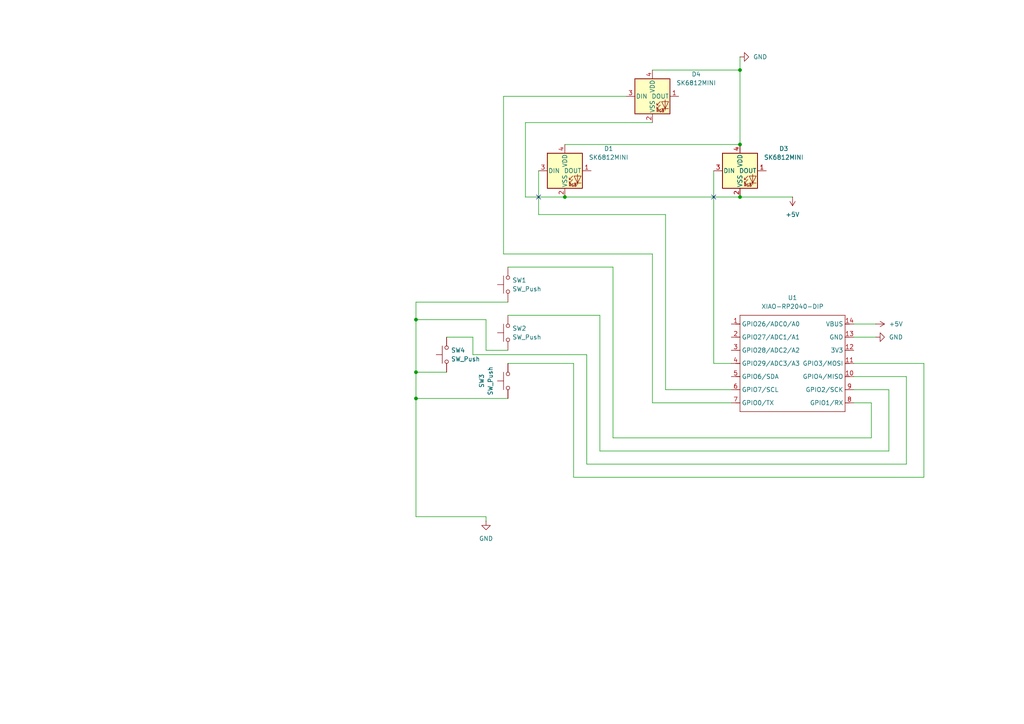
<source format=kicad_sch>
(kicad_sch (version 20250114) (generator "eeschema") (generator_version "9.0")
  (paper "A4")
  (lib_symbols
    (symbol "DIP:XIAO-RP2040-DIP"
      (property "Reference" "U" (at 0 0 0))
      (property "Value" "XIAO-RP2040-DIP" (at 5.334 -1.778 0))
      (symbol "XIAO-RP2040-DIP_1_0"
        (polyline (pts (xy -1.27 -2.54) (xy 29.21 -2.54)) (stroke (width 0.1524)))
        (polyline (pts (xy -1.27 -5.08) (xy -2.54 -5.08)) (stroke (width 0.1524)))
        (polyline (pts (xy -1.27 -5.08) (xy -1.27 -2.54)) (stroke (width 0.1524)))
        (polyline (pts (xy -1.27 -8.89) (xy -2.54 -8.89)) (stroke (width 0.1524)))
        (polyline (pts (xy -1.27 -8.89) (xy -1.27 -5.08)) (stroke (width 0.1524)))
        (polyline (pts (xy -1.27 -12.7) (xy -2.54 -12.7)) (stroke (width 0.1524)))
        (polyline (pts (xy -1.27 -12.7) (xy -1.27 -8.89)) (stroke (width 0.1524)))
        (polyline (pts (xy -1.27 -16.51) (xy -2.54 -16.51)) (stroke (width 0.1524)))
        (polyline (pts (xy -1.27 -16.51) (xy -1.27 -12.7)) (stroke (width 0.1524)))
        (polyline (pts (xy -1.27 -20.32) (xy -2.54 -20.32)) (stroke (width 0.1524)))
        (polyline (pts (xy -1.27 -24.13) (xy -2.54 -24.13)) (stroke (width 0.1524)))
        (polyline (pts (xy -1.27 -27.94) (xy -2.54 -27.94)) (stroke (width 0.1524)))
        (polyline (pts (xy -1.27 -30.48) (xy -1.27 -16.51)) (stroke (width 0.1524)))
        (polyline (pts (xy 29.21 -2.54) (xy 29.21 -5.08)) (stroke (width 0.1524)))
        (polyline (pts (xy 29.21 -5.08) (xy 29.21 -8.89)) (stroke (width 0.1524)))
        (polyline (pts (xy 29.21 -8.89) (xy 29.21 -12.7)) (stroke (width 0.1524)))
        (polyline (pts (xy 29.21 -12.7) (xy 29.21 -30.48)) (stroke (width 0.1524)))
        (polyline (pts (xy 29.21 -30.48) (xy -1.27 -30.48)) (stroke (width 0.1524)))
        (polyline (pts (xy 30.48 -5.08) (xy 29.21 -5.08)) (stroke (width 0.1524)))
        (polyline (pts (xy 30.48 -8.89) (xy 29.21 -8.89)) (stroke (width 0.1524)))
        (polyline (pts (xy 30.48 -12.7) (xy 29.21 -12.7)) (stroke (width 0.1524)))
        (polyline (pts (xy 30.48 -16.51) (xy 29.21 -16.51)) (stroke (width 0.1524)))
        (polyline (pts (xy 30.48 -20.32) (xy 29.21 -20.32)) (stroke (width 0.1524)))
        (polyline (pts (xy 30.48 -24.13) (xy 29.21 -24.13)) (stroke (width 0.1524)))
        (polyline (pts (xy 30.48 -27.94) (xy 29.21 -27.94)) (stroke (width 0.1524)))
        (pin passive line (at -3.81 -5.08 0) (length 2.54) (name "GPIO26/ADC0/A0") (number "1"))
        (pin passive line (at -3.81 -8.89 0) (length 2.54) (name "GPIO27/ADC1/A1") (number "2"))
        (pin passive line (at -3.81 -12.7 0) (length 2.54) (name "GPIO28/ADC2/A2") (number "3"))
        (pin passive line (at -3.81 -16.51 0) (length 2.54) (name "GPIO29/ADC3/A3") (number "4"))
        (pin passive line (at -3.81 -20.32 0) (length 2.54) (name "GPIO6/SDA") (number "5"))
        (pin passive line (at -3.81 -24.13 0) (length 2.54) (name "GPIO7/SCL") (number "6"))
        (pin passive line (at -3.81 -27.94 0) (length 2.54) (name "GPIO0/TX") (number "7"))
        (pin passive line (at 31.75 -5.08 180) (length 2.54) (name "VBUS") (number "14"))
        (pin passive line (at 31.75 -8.89 180) (length 2.54) (name "GND") (number "13"))
        (pin passive line (at 31.75 -12.7 180) (length 2.54) (name "3V3") (number "12"))
        (pin passive line (at 31.75 -16.51 180) (length 2.54) (name "GPIO3/MOSI") (number "11"))
        (pin passive line (at 31.75 -20.32 180) (length 2.54) (name "GPIO4/MISO") (number "10"))
        (pin passive line (at 31.75 -24.13 180) (length 2.54) (name "GPIO2/SCK") (number "9"))
        (pin passive line (at 31.75 -27.94 180) (length 2.54) (name "GPIO1/RX") (number "8"))
      )
    )
    (symbol "LED:SK6812MINI" (pin_names (offset 0.254))
      (property "Reference" "D" (at 5.08 5.715 0))
      (property "Value" "SK6812MINI" (at 1.27 -5.715 0))
      (symbol "SK6812MINI_0_0"
        (text "RGB" (at 2.286 -4.191 0) (effects (font (size 0.762 0.762))))
      )
      (symbol "SK6812MINI_0_1"
        (polyline (pts (xy 1.27 -2.54) (xy 1.778 -2.54)))
        (polyline (pts (xy 1.27 -3.556) (xy 1.778 -3.556)))
        (polyline (pts (xy 2.286 -1.524) (xy 1.27 -2.54) (xy 1.27 -2.032)))
        (polyline (pts (xy 2.286 -2.54) (xy 1.27 -3.556) (xy 1.27 -3.048)))
        (polyline (pts (xy 3.683 -1.016) (xy 3.683 -3.556) (xy 3.683 -4.064)))
        (polyline (pts (xy 4.699 -1.524) (xy 2.667 -1.524) (xy 3.683 -3.556) (xy 4.699 -1.524)))
        (polyline (pts (xy 4.699 -3.556) (xy 2.667 -3.556)))
        (rectangle (start 5.08 5.08) (end -5.08 -5.08) (stroke (width 0.254)) (fill (type background)))
      )
      (symbol "SK6812MINI_1_1"
        (pin input line (at -7.62 0 0) (length 2.54) (name "DIN") (number "3"))
        (pin power_in line (at 0 7.62 270) (length 2.54) (name "VDD") (number "4"))
        (pin power_in line (at 0 -7.62 90) (length 2.54) (name "VSS") (number "2"))
        (pin output line (at 7.62 0 180) (length 2.54) (name "DOUT") (number "1"))
      )
    )
    (symbol "Switch:SW_Push" (pin_numbers (hide yes)) (pin_names (offset 1.016) (hide yes))
      (property "Reference" "SW" (at 1.27 2.54 0))
      (property "Value" "SW_Push" (at 0 -1.524 0))
      (symbol "SW_Push_0_1"
        (circle (center -2.032 0) (radius 0.508))
        (polyline (pts (xy 0 1.27) (xy 0 3.048)))
        (circle (center 2.032 0) (radius 0.508))
        (polyline (pts (xy 2.54 1.27) (xy -2.54 1.27)))
        (pin passive line (at -5.08 0 0) (length 2.54) (name "1") (number "1"))
        (pin passive line (at 5.08 0 180) (length 2.54) (name "2") (number "2"))
      )
    )
    (symbol "power:+5V" (power) (pin_numbers (hide yes)) (pin_names (offset 0) (hide yes))
      (property "Value" "+5V" (at 0 3.556 0))
      (symbol "+5V_0_1"
        (polyline (pts (xy -0.762 1.27) (xy 0 2.54)))
        (polyline (pts (xy 0 2.54) (xy 0.762 1.27)))
        (polyline (pts (xy 0 0) (xy 0 2.54)))
      )
      (symbol "+5V_1_1"
        (pin power_in line (at 0 0 90) (length 0) (name "~") (number "1"))
      )
    )
    (symbol "power:GND" (power) (pin_numbers (hide yes)) (pin_names (offset 0) (hide yes))
      (property "Value" "GND" (at 0 -3.81 0))
      (symbol "GND_0_1"
        (polyline (pts (xy 0 0) (xy 0 -1.27) (xy 1.27 -1.27) (xy 0 -2.54) (xy -1.27 -1.27) (xy 0 -1.27)))
      )
      (symbol "GND_1_1"
        (pin power_in line (at 0 0 270) (length 0) (name "~") (number "1"))
      )
    )
  )
  (junction (at 163.83 57.15))
  (junction (at 214.63 57.15))
  (junction (at 120.65 92.71))
  (junction (at 120.65 115.57))
  (junction (at 120.65 107.95))
  (junction (at 214.63 41.91))
  (junction (at 214.63 20.32))
  (no_connect (at 207.01 57.15))
  (no_connect (at 156.21 57.15))
  (wire (pts (xy 214.63 57.15) (xy 229.87 57.15)))
  (wire (pts (xy 207.01 49.53) (xy 207.01 105.41)))
  (wire (pts (xy 177.8 77.47) (xy 177.8 127)))
  (wire (pts (xy 129.54 97.79) (xy 137.16 97.79)))
  (wire (pts (xy 170.18 102.87) (xy 170.18 134.62)))
  (wire (pts (xy 189.23 116.84) (xy 212.09 116.84)))
  (wire (pts (xy 181.61 27.94) (xy 146.05 27.94)))
  (wire (pts (xy 166.37 138.43) (xy 267.97 138.43)))
  (wire (pts (xy 262.89 109.22) (xy 247.65 109.22)))
  (wire (pts (xy 146.05 27.94) (xy 146.05 73.66)))
  (wire (pts (xy 147.32 101.6) (xy 140.97 101.6)))
  (wire (pts (xy 173.99 130.81) (xy 257.81 130.81)))
  (wire (pts (xy 252.73 127) (xy 252.73 116.84)))
  (wire (pts (xy 156.21 49.53) (xy 156.21 62.23)))
  (wire (pts (xy 137.16 102.87) (xy 170.18 102.87)))
  (wire (pts (xy 120.65 107.95) (xy 129.54 107.95)))
  (wire (pts (xy 147.32 87.63) (xy 120.65 87.63)))
  (wire (pts (xy 156.21 62.23) (xy 193.04 62.23)))
  (wire (pts (xy 189.23 35.56) (xy 152.4 35.56)))
  (wire (pts (xy 140.97 149.86) (xy 140.97 151.13)))
  (wire (pts (xy 120.65 92.71) (xy 120.65 107.95)))
  (wire (pts (xy 166.37 105.41) (xy 166.37 138.43)))
  (wire (pts (xy 120.65 115.57) (xy 120.65 149.86)))
  (wire (pts (xy 252.73 116.84) (xy 247.65 116.84)))
  (wire (pts (xy 257.81 113.03) (xy 247.65 113.03)))
  (wire (pts (xy 140.97 101.6) (xy 140.97 92.71)))
  (wire (pts (xy 173.99 91.44) (xy 173.99 130.81)))
  (wire (pts (xy 147.32 115.57) (xy 120.65 115.57)))
  (wire (pts (xy 146.05 73.66) (xy 189.23 73.66)))
  (wire (pts (xy 247.65 97.79) (xy 254 97.79)))
  (wire (pts (xy 137.16 97.79) (xy 137.16 102.87)))
  (wire (pts (xy 147.32 77.47) (xy 177.8 77.47)))
  (wire (pts (xy 189.23 73.66) (xy 189.23 116.84)))
  (wire (pts (xy 163.83 57.15) (xy 152.4 57.15)))
  (wire (pts (xy 147.32 105.41) (xy 166.37 105.41)))
  (wire (pts (xy 140.97 92.71) (xy 120.65 92.71)))
  (wire (pts (xy 267.97 105.41) (xy 247.65 105.41)))
  (wire (pts (xy 170.18 134.62) (xy 262.89 134.62)))
  (wire (pts (xy 120.65 107.95) (xy 120.65 115.57)))
  (wire (pts (xy 193.04 113.03) (xy 212.09 113.03)))
  (wire (pts (xy 214.63 20.32) (xy 214.63 41.91)))
  (wire (pts (xy 163.83 57.15) (xy 214.63 57.15)))
  (wire (pts (xy 267.97 138.43) (xy 267.97 105.41)))
  (wire (pts (xy 247.65 93.98) (xy 254 93.98)))
  (wire (pts (xy 193.04 62.23) (xy 193.04 113.03)))
  (wire (pts (xy 257.81 130.81) (xy 257.81 113.03)))
  (wire (pts (xy 120.65 149.86) (xy 140.97 149.86)))
  (wire (pts (xy 152.4 35.56) (xy 152.4 57.15)))
  (wire (pts (xy 214.63 16.51) (xy 214.63 20.32)))
  (wire (pts (xy 147.32 91.44) (xy 173.99 91.44)))
  (wire (pts (xy 207.01 105.41) (xy 212.09 105.41)))
  (wire (pts (xy 163.83 41.91) (xy 214.63 41.91)))
  (wire (pts (xy 120.65 87.63) (xy 120.65 92.71)))
  (wire (pts (xy 177.8 127) (xy 252.73 127)))
  (wire (pts (xy 189.23 20.32) (xy 214.63 20.32)))
  (wire (pts (xy 262.89 134.62) (xy 262.89 109.22)))
  (symbol (lib_id "power:GND") (at 254 97.79 90) (unit 1)
    (property "Reference" "#PWR02" (effects (hide yes)))
    (property "Value" "GND" (at 257.81 97.7899 90) (effects (justify right)))
    (property "Description" "Power symbol creates a global label with name \"GND\" , ground" (effects (hide yes)))
  )
  (symbol (lib_id "power:GND") (at 140.97 151.13 0) (unit 1)
    (property "Reference" "#PWR01" (effects (hide yes)))
    (property "Value" "GND" (at 140.97 156.21 0))
    (property "Description" "Power symbol creates a global label with name \"GND\" , ground" (effects (hide yes)))
  )
  (symbol (lib_id "power:+5V") (at 229.87 57.15 180) (unit 1)
    (property "Reference" "#PWR04" (effects (hide yes)))
    (property "Value" "+5V" (at 229.87 62.23 0))
    (property "Description" "Power symbol creates a global label with name \"+5V\"" (effects (hide yes)))
  )
  (symbol (lib_id "power:+5V") (at 254 93.98 270) (unit 1)
    (property "Reference" "#PWR03" (effects (hide yes)))
    (property "Value" "+5V" (at 257.81 93.9799 90) (effects (justify left)))
    (property "Description" "Power symbol creates a global label with name \"+5V\"" (effects (hide yes)))
  )
  (symbol (lib_id "Switch:SW_Push") (at 147.32 110.49 90) (unit 1)
    (property "Reference" "SW3" (at 139.7 110.49 0))
    (property "Value" "SW_Push" (at 142.24 110.49 0))
    (property "Footprint" "Button_Switch_Keyboard:SW_Cherry_MX_1.00u_PCB" (effects (hide yes)))
    (property "Description" "Push button switch, generic, two pins" (effects (hide yes)))
  )
  (symbol (lib_id "LED:SK6812MINI") (at 163.83 49.53 0) (unit 1)
    (property "Reference" "D1" (at 176.53 43.1098 0))
    (property "Value" "SK6812MINI" (at 176.53 45.6498 0))
    (property "Footprint" "LED_SMD:LED_SK6812MINI_PLCC4_3.5x3.5mm_P1.75mm" (effects (hide yes)))
    (property "Datasheet" "https://cdn-shop.adafruit.com/product-files/2686/SK6812MINI_REV.01-1-2.pdf" (effects (hide yes)))
    (property "Description" "RGB LED with integrated controller" (effects (hide yes)))
  )
  (symbol (lib_id "Switch:SW_Push") (at 147.32 96.52 90) (unit 1)
    (property "Reference" "SW2" (at 148.59 95.2499 90) (effects (justify right)))
    (property "Value" "SW_Push" (at 148.59 97.7899 90) (effects (justify right)))
    (property "Footprint" "Button_Switch_Keyboard:SW_Cherry_MX_1.00u_PCB" (effects (hide yes)))
    (property "Description" "Push button switch, generic, two pins" (effects (hide yes)))
  )
  (symbol (lib_id "Switch:SW_Push") (at 147.32 82.55 90) (unit 1)
    (property "Reference" "SW1" (at 148.59 81.2799 90) (effects (justify right)))
    (property "Value" "SW_Push" (at 148.59 83.8199 90) (effects (justify right)))
    (property "Footprint" "Button_Switch_Keyboard:SW_Cherry_MX_1.00u_PCB" (effects (hide yes)))
    (property "Description" "Push button switch, generic, two pins" (effects (hide yes)))
  )
  (symbol (lib_id "DIP:XIAO-RP2040-DIP") (at 215.9 88.9 0) (unit 1)
    (property "Reference" "U1" (at 229.87 86.36 0))
    (property "Value" "XIAO-RP2040-DIP" (at 229.87 88.9 0))
    (property "Footprint" "Seeed Studio XIAO Series Library:XIAO-RP2040-DIP" (effects (hide yes)))
  )
  (symbol (lib_id "LED:SK6812MINI") (at 189.23 27.94 0) (unit 1)
    (property "Reference" "D4" (at 201.93 21.5198 0))
    (property "Value" "SK6812MINI" (at 201.93 24.0598 0))
    (property "Footprint" "LED_SMD:LED_SK6812MINI_PLCC4_3.5x3.5mm_P1.75mm" (effects (hide yes)))
    (property "Datasheet" "https://cdn-shop.adafruit.com/product-files/2686/SK6812MINI_REV.01-1-2.pdf" (effects (hide yes)))
    (property "Description" "RGB LED with integrated controller" (effects (hide yes)))
  )
  (symbol (lib_id "power:GND") (at 214.63 16.51 90) (unit 1)
    (property "Reference" "#PWR05" (effects (hide yes)))
    (property "Value" "GND" (at 218.44 16.5099 90) (effects (justify right)))
    (property "Description" "Power symbol creates a global label with name \"GND\" , ground" (effects (hide yes)))
  )
  (symbol (lib_id "Switch:SW_Push") (at 129.54 102.87 90) (unit 1)
    (property "Reference" "SW4" (at 130.81 101.5999 90) (effects (justify right)))
    (property "Value" "SW_Push" (at 130.81 104.1399 90) (effects (justify right)))
    (property "Footprint" "Button_Switch_Keyboard:SW_Cherry_MX_1.00u_PCB" (effects (hide yes)))
    (property "Description" "Push button switch, generic, two pins" (effects (hide yes)))
  )
  (symbol (lib_id "LED:SK6812MINI") (at 214.63 49.53 0) (unit 1)
    (property "Reference" "D3" (at 227.33 43.1098 0))
    (property "Value" "SK6812MINI" (at 227.33 45.6498 0))
    (property "Footprint" "LED_SMD:LED_SK6812MINI_PLCC4_3.5x3.5mm_P1.75mm" (effects (hide yes)))
    (property "Datasheet" "https://cdn-shop.adafruit.com/product-files/2686/SK6812MINI_REV.01-1-2.pdf" (effects (hide yes)))
    (property "Description" "RGB LED with integrated controller" (effects (hide yes)))
  )
)
</source>
